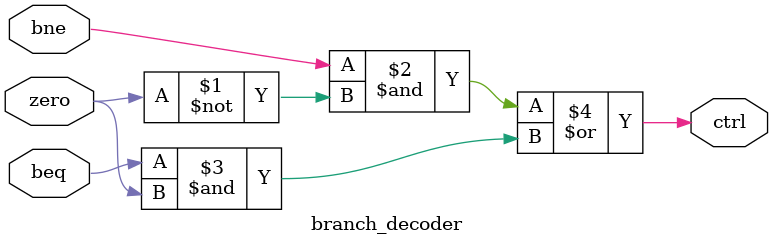
<source format=v>
module branch_decoder(
  input beq, bne, zero,
  output ctrl
);
  
  assign ctrl = (bne&~zero) | (beq&zero);
  
endmodule
</source>
